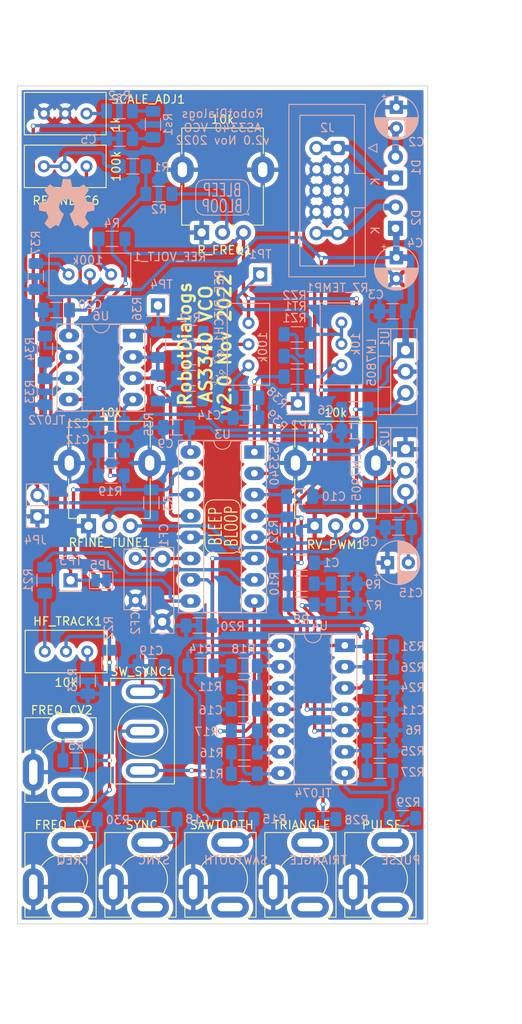
<source format=kicad_pcb>
(kicad_pcb (version 20211014) (generator pcbnew)
  (title_block (title "3340_VCO") (date "2022-12-09") (rev "2.0") (company "RobotDialogs"))
  (layers (0 "F.Cu" signal) (31 "B.Cu" signal) (34 "B.Paste" user) (35 "F.Paste" user) (36 "B.SilkS" user "B.Silkscreen") (37 "F.SilkS" user "F.Silkscreen") (38 "B.Mask" user) (39 "F.Mask" user) (44 "Edge.Cuts" user))
  (net 0 "")
  (net 1 "+12V")
  (net 2 "GND")
  (net 3 "-12V")
  (net 4 "+5V")
  (net 5 "-5V")
  (net 6 "-12VA")
  (net 7 "Net-(REF_VOLT_1-Pad1)")
  (net 8 "+12VA")
  (net 9 "Net-(C12-Pad2)")
  (net 10 "Net-(C14-Pad1)")
  (net 11 "/Inputs/Scale")
  (net 12 "Net-(C18-Pad2)")
  (net 13 "Net-(CF1-Pad1)")
  (net 15 "REF_PITCH1")
  (net 16 "VEE")
  (net 17 "Net-(J100-PadT)")
  (net 18 "/Inputs/Frequency Control")
  (net 19 "Net-(C18-Pad1)")
  (net 22 "/Inputs/Linear FM")
  (net 23 "Net-(J102-PadT)")
  (net 24 "Net-(R10-Pad2)")
  (net 25 "/Outputs/Triangle Output")
  (net 27 "Net-(R11-Pad1)")
  (net 28 "/Outputs/Sawtooth Output")
  (net 29 "Net-(J103-PadT)")
  (net 31 "Net-(J104-PadT)")
  (net 32 "Net-(REF_PITCH1-Pad2)")
  (net 33 "/Inputs/To Pulse")
  (net 34 "Net-(HF_TRACK1-Pad1)")
  (net 35 "Net-(HF_TRACK1-Pad2)")
  (net 36 "Net-(R1-Pad1)")
  (net 37 "Net-(R2-Pad2)")
  (net 38 "/Inputs/High Frequency Track")
  (net 39 "Net-(R3-Pad2)")
  (net 40 "Net-(R26-Pad2)")
  (net 41 "Net-(HF_TRACK1-Pad3)")
  (net 43 "REF_VOLT_1")
  (net 44 "/Inputs/Scale Adjust 2")
  (net 45 "/Inputs/PWM Control")
  (net 46 "Net-(R11-Pad2)")
  (net 47 "Net-(J1-PadT)")
  (net 48 "Net-(Rs1-Pad2)")
  (net 49 "/Inputs/Scale Adjust 1")
  (net 50 "/Inputs/Soft Sync")
  (net 51 "/Inputs/Hard Sync")
  (net 52 "Net-(R6-Pad2)")
  (net 53 "Net-(R13-Pad1)")
  (net 54 "Net-(R14-Pad1)")
  (net 55 "Net-(R25-Pad1)")
  (net 56 "Net-(R14-Pad2)")
  (net 57 "Net-(RZ1-Pad2)")
  (net 58 "Net-(RZ2-Pad1)")
  (net 59 "Net-(R16-Pad1)")
  (net 60 "Net-(R24-Pad2)")
  (net 61 "Net-(R27-Pad1)")
  (net 62 "Net-(R28-Pad1)")
  (net 63 "Net-(R33-Pad2)")
  (net 64 "Net-(R35-Pad2)")
  (net 65 "Net-(R37-Pad2)")
  (net 66 "Net-(R38-Pad1)")
  (net 67 "Net-(R38-Pad2)")
  (net 68 "Net-(REF_VOLT_1-Pad2)")
  (net 69 "Net-(Rr1-Pad2)")
  (net 70 "Net-(Rs2-Pad2)")
  (footprint "My Stuff:Jack_3.5mm_MJ-355W_Vertical" (layer "F.Cu") (at 145.4 144.7)
    (fp_text reference "J100")
    (fp_text value "FREQ_CV")
  )
  (footprint "My Stuff:Jack_3.5mm_MJ-355W_Vertical" (layer "F.Cu") (at 154.95 144.7)
    (fp_text reference "J101")
    (fp_text value "SYNC")
  )
  (footprint "My Stuff:Logo1" (layer "F.Cu") (at 164.5 102.6 90)
    (fp_text reference "LOGO1" hide)
    (fp_text value "logo1" hide)
  )
  (footprint "My Stuff:SPDT_Toggle" (layer "F.Cu") (at 154.95 127)
    (fp_text reference "SW_SYNC1")
    (fp_text value "SW_SPDT")
  )
  (footprint "Potentiometer_THT:Potentiometer_Bourns_3296W_Vertical" (layer "F.Cu") (at 148.25 53.3)
    (fp_text reference "SCALE_ADJ1")
    (fp_text value "1k")
  )
  (footprint "My Stuff:Jack_3.5mm_MJ-355W_Vertical" (layer "F.Cu") (at 174.05 144.7)
    (fp_text reference "J103")
    (fp_text value "TRIANGLE")
  )
  (footprint "My Stuff:Potentiometer_Alpha_RD901F-40-00D_Single_Vertical_w_3d" (layer "F.Cu") (at 178 95 90)
    (fp_text reference "RV_PWM1")
    (fp_text value "10k")
  )
  (footprint "My Stuff:Jack_3.5mm_MJ-355W_Vertical" (layer "F.Cu") (at 183.6 144.7)
    (fp_text reference "J104")
    (fp_text value "PULSE")
  )
  (footprint "Potentiometer_THT:Potentiometer_Bourns_3296W_Vertical" (layer "F.Cu") (at 148.25 59.6)
    (fp_text reference "REFIND_C6")
    (fp_text value "100k")
  )
  (footprint "My Stuff:Jack_3.5mm_MJ-355W_Vertical" (layer "F.Cu") (at 164.5 144.7)
    (fp_text reference "J102")
    (fp_text value "SAWTOOTH")
  )
  (footprint "My Stuff:Jack_3.5mm_MJ-355W_Vertical" (layer "F.Cu") (at 145.4 131)
    (fp_text reference "J1")
    (fp_text value "FREQ_CV2")
  )
  (footprint "My Stuff:Potentiometer_Alpha_RD901F-40-00D_Single_Vertical_w_3d" (layer "F.Cu") (at 151 95 90)
    (fp_text reference "RFINE_TUNE1")
    (fp_text value "10k")
  )
  (footprint "My Stuff:Potentiometer_Alpha_RD901F-40-00D_Single_Vertical_w_3d" (layer "F.Cu") (at 164.5 60 90)
    (fp_text reference "R_FREQ1")
    (fp_text value "10k")
  )
  (footprint "Potentiometer_THT:Potentiometer_Bourns_3296W_Vertical" (layer "F.Cu") (at 148.35 117.5)
    (fp_text reference "HF_TRACK1")
    (fp_text value "10k")
  )
  (footprint "My Stuff:Logo2" (layer "F.Cu") (at 164.5 63.3)
    (fp_text reference "LOGO101" hide)
    (fp_text value "logo1" hide)
  )
  (footprint "Capacitor_SMD:C_1206_3216Metric_Pad1.33x1.80mm_HandSolder" (layer "B.Cu") (at 183.3 124.4)
    (fp_text reference "C11")
    (fp_text value "10nF")
  )
  (footprint "Resistor_SMD:R_1206_3216Metric_Pad1.30x1.75mm_HandSolder" (layer "B.Cu") (at 143.29 81.4 90)
    (fp_text reference "R34")
    (fp_text value "0")
  )
  (footprint "Resistor_SMD:R_1206_3216Metric_Pad1.30x1.75mm_HandSolder" (layer "B.Cu") (at 183.4 116.9 180)
    (fp_text reference "R31")
    (fp_text value "100k")
  )
  (footprint "Package_TO_SOT_THT:TO-220-3_Vertical" (layer "B.Cu") (at 186.345 93.36 -90)
    (fp_text reference "U2")
    (fp_text value "L7905")
  )
  (footprint "Resistor_SMD:R_1206_3216Metric_Pad1.30x1.75mm_HandSolder" (layer "B.Cu") (at 179 109.4)
    (fp_text reference "R9")
    (fp_text value "0")
  )
  (footprint "Connector_PinHeader_2.54mm:PinHeader_1x01_P2.54mm_Vertical" (layer "B.Cu") (at 169 72.5 180)
    (fp_text reference "TP1")
    (fp_text value "TestPoint")
  )
  (footprint "Resistor_SMD:R_1206_3216Metric_Pad1.30x1.75mm_HandSolder" (layer "B.Cu") (at 179 111.9 180)
    (fp_text reference "R7")
    (fp_text value "100k")
  )
  (footprint "Resistor_SMD:R_1206_3216Metric_Pad1.30x1.75mm_HandSolder" (layer "B.Cu") (at 173.4 82.25)
    (fp_text reference "RT1")
    (fp_text value "5.6k")
  )
  (footprint "Capacitor_THT:C_Rect_L10.0mm_W2.5mm_P7.50mm_MKS4" (layer "B.Cu") (at 157.3 106.450001 -90)
    (fp_text reference "CF1")
    (fp_text value "1nF")
  )
  (footprint "Capacitor_SMD:C_1206_3216Metric_Pad1.33x1.80mm_HandSolder" (layer "B.Cu") (at 151.2 90.3)
    (fp_text reference "C21")
    (fp_text value "10nF")
  )
  (footprint "Resistor_SMD:R_1206_3216Metric_Pad1.30x1.75mm_HandSolder" (layer "B.Cu") (at 156.8 80.86 90)
    (fp_text reference "R36")
    (fp_text value "100k")
  )
  (footprint "Resistor_SMD:R_1206_3216Metric_Pad1.30x1.75mm_HandSolder" (layer "B.Cu") (at 183.3 131.73 180)
    (fp_text reference "R27")
    (fp_text value "100k")
  )
  (footprint "Resistor_SMD:R_1206_3216Metric_Pad1.30x1.75mm_HandSolder" (layer "B.Cu") (at 173.9 109.4)
    (fp_text reference "R10")
    (fp_text value "47k")
  )
  (footprint "Resistor_SMD:R_1206_3216Metric_Pad1.30x1.75mm_HandSolder" (layer "B.Cu") (at 183.4 119.4)
    (fp_text reference "R26")
    (fp_text value "100k")
  )
  (footprint "Capacitor_SMD:C_1206_3216Metric_Pad1.33x1.80mm_HandSolder" (layer "B.Cu") (at 185.5 102.7 180)
    (fp_text reference "C8")
    (fp_text value "100nF")
  )
  (footprint "Resistor_SMD:R_1206_3216Metric_Pad1.30x1.75mm_HandSolder" (layer "B.Cu") (at 143.25 109 -90)
    (fp_text reference "R21")
    (fp_text value "5.1k")
  )
  (footprint "Resistor_SMD:R_1206_3216Metric_Pad1.30x1.75mm_HandSolder" (layer "B.Cu") (at 172.3 103 90)
    (fp_text reference "R32")
    (fp_text value "2M")
  )
  (footprint "Resistor_SMD:R_1206_3216Metric_Pad1.30x1.75mm_HandSolder" (layer "B.Cu") (at 160.64 79.5 180)
    (fp_text reference "Rr2")
    (fp_text value "1M")
  )
  (footprint "Capacitor_THT:C_Rect_L7.0mm_W2.5mm_P5.00mm" (layer "B.Cu") (at 154.1 106.4 -90)
    (fp_text reference "CF2")
    (fp_text value "1nF")
  )
  (footprint "Potentiometer_THT:Potentiometer_Bourns_3296W_Vertical" (layer "B.Cu") (at 151.2 72.5)
    (fp_text reference "REF_VOLT_1")
    (fp_text value "100k")
  )
  (footprint "Diode_THT:D_A-405_P2.54mm_Vertical_KathodeUp" (layer "B.Cu") (at 185.15 67 90)
    (fp_text reference "D2")
    (fp_text value "D")
  )
  (footprint "Capacitor_SMD:C_1206_3216Metric_Pad1.33x1.80mm_HandSolder" (layer "B.Cu") (at 156 119.25)
    (fp_text reference "C19")
    (fp_text value "10nF")
  )
  (footprint "Resistor_SMD:R_1206_3216Metric_Pad1.30x1.75mm_HandSolder" (layer "B.Cu") (at 151.2 96.5 180)
    (fp_text reference "R19")
    (fp_text value "470")
  )
  (footprint "Resistor_SMD:R_1206_3216Metric_Pad1.30x1.75mm_HandSolder" (layer "B.Cu") (at 151.3 68.25)
    (fp_text reference "R4")
    (fp_text value "0")
  )
  (footprint "Resistor_SMD:R_1206_3216Metric_Pad1.30x1.75mm_HandSolder" (layer "B.Cu") (at 167.1 129.532 180)
    (fp_text reference "R16")
    (fp_text value "100k")
  )
  (footprint "Resistor_SMD:R_1206_3216Metric_Pad1.30x1.75mm_HandSolder" (layer "B.Cu") (at 143.29 86.5 90)
    (fp_text reference "R33")
    (fp_text value "DNU")
  )
  (footprint "Resistor_SMD:R_1206_3216Metric_Pad1.30x1.75mm_HandSolder" (layer "B.Cu") (at 160.55 84.86 180)
    (fp_text reference "R12")
    (fp_text value "470")
  )
  (footprint "Resistor_SMD:R_1206_3216Metric_Pad1.30x1.75mm_HandSolder" (layer "B.Cu") (at 161.9 119.2 180)
    (fp_text reference "R14")
    (fp_text value "15k")
  )
  (footprint "Capacitor_SMD:C_1206_3216Metric_Pad1.33x1.80mm_HandSolder" (layer "B.Cu") (at 151.199999 93.500003 180)
    (fp_text reference "C12")
    (fp_text value "10nF")
  )
  (footprint "Resistor_SMD:R_1206_3216Metric_Pad1.30x1.75mm_HandSolder" (layer "B.Cu") (at 167.3 89.6)
    (fp_text reference "R39")
    (fp_text value "100k")
  )
  (footprint "Capacitor_SMD:C_1206_3216Metric_Pad1.33x1.80mm_HandSolder" (layer "B.Cu") (at 159 90.75 180)
    (fp_text reference "C9")
    (fp_text value "10nF")
  )
  (footprint "Resistor_SMD:R_1206_3216Metric_Pad1.30x1.75mm_HandSolder" (layer "B.Cu") (at 156.19375 54.6 90)
    (fp_text reference "Rs1")
    (fp_text value "1k")
  )
  (footprint "Resistor_SMD:R_1206_3216Metric_Pad1.30x1.75mm_HandSolder" (layer "B.Cu") (at 153.8 59.6)
    (fp_text reference "R1")
    (fp_text value "150k")
  )
  (footprint "Resistor_SMD:R_1206_3216Metric_Pad1.30x1.75mm_HandSolder" (layer "B.Cu") (at 183.3 126.9 180)
    (fp_text reference "R6")
    (fp_text value "DNU")
  )
  (footprint "Connector_IDC:IDC-Header_2x05_P2.54mm_Vertical" (layer "B.Cu") (at 178.2525 57.42 180)
    (fp_text reference "J2")
    (fp_text value "Conn_02x05_Odd_Even")
  )
  (footprint "Resistor_SMD:R_1206_3216Metric_Pad1.30x1.75mm_HandSolder" (layer "B.Cu") (at 152.19375 53 180)
    (fp_text reference "Rs2")
    (fp_text value "620")
  )
  (footprint "Resistor_SMD:R_1206_3216Metric_Pad1.30x1.75mm_HandSolder" (layer "B.Cu") (at 183.4 121.8 180)
    (fp_text reference "R24")
    (fp_text value "120k")
  )
  (footprint "Package_DIP:DIP-16_W7.62mm_Socket_LongPads" (layer "B.Cu") (at 168.3 93.7 180)
    (fp_text reference "U3")
    (fp_text value "AS3340")
  )
  (footprint "Capacitor_SMD:C_1206_3216Metric_Pad1.33x1.80mm_HandSolder" (layer "B.Cu") (at 160.55 87.36 180)
    (fp_text reference "C14")
    (fp_text value "10nF")
  )
  (footprint "Capacitor_SMD:C_1206_3216Metric_Pad1.33x1.80mm_HandSolder" (layer "B.Cu") (at 173.7 99)
    (fp_text reference "C10")
    (fp_text value "10nF")
  )
  (footprint "Diode_THT:D_A-405_P2.54mm_Vertical_KathodeUp" (layer "B.Cu") (at 185.15 61 90)
    (fp_text reference "D1")
    (fp_text value "D")
  )
  (footprint "Package_TO_SOT_THT:TO-220-3_Vertical" (layer "B.Cu") (at 186.345 81.56 -90)
    (fp_text reference "U1")
    (fp_text value "LM7805_TO220")
  )
  (footprint "Resistor_SMD:R_1206_3216Metric_Pad1.30x1.75mm_HandSolder" (layer "B.Cu") (at 167.1 132.1)
    (fp_text reference "R13")
    (fp_text value "15k")
  )
  (footprint "Capacitor_SMD:C_1206_3216Metric_Pad1.33x1.80mm_HandSolder" (layer "B.Cu") (at 167.1 124.366)
    (fp_text reference "C16")
    (fp_text value "10nF")
  )
  (footprint "Connector_PinHeader_2.54mm:PinHeader_1x02_P2.54mm_Vertical" (layer "B.Cu") (at 142.4 101.375)
    (fp_text reference "JP4")
    (fp_text value "Jumper_2_Open")
  )
  (footprint "Connector_PinHeader_2.54mm:PinHeader_1x01_P2.54mm_Vertical" (layer "B.Cu") (at 146.35 109 180)
    (fp_text reference "TP3")
    (fp_text value "REF_VOLT_1")
  )
  (footprint "Capacitor_SMD:C_1206_3216Metric_Pad1.33x1.80mm_HandSolder" (layer "B.Cu") (at 180.3 88.6 180)
    (fp_text reference "C6")
    (fp_text value "100nF")
  )
  (footprint "Resistor_SMD:R_1206_3216Metric_Pad1.30x1.75mm_HandSolder" (layer "B.Cu") (at 148 137.5)
    (fp_text reference "R30")
    (fp_text value "100k,0.05%")
  )
  (footprint "Resistor_SMD:R_1206_3216Metric_Pad1.30x1.75mm_HandSolder" (layer "B.Cu") (at 147 130.5 180)
    (fp_text reference "R5")
    (fp_text value "100k,0.05%")
  )
  (footprint "Resistor_SMD:R_1206_3216Metric_Pad1.30x1.75mm_HandSolder" (layer "B.Cu") (at 156 99.75 -90)
    (fp_text reference "R3")
    (fp_text value "1.5M")
  )
  (footprint "Resistor_SMD:R_1206_3216Metric_Pad1.30x1.75mm_HandSolder" (layer "B.Cu") (at 166.7 137.5)
    (fp_text reference "R15")
    (fp_text value "1k")
  )
  (footprint "Resistor_SMD:R_1206_3216Metric_Pad1.30x1.75mm_HandSolder" (layer "B.Cu") (at 167.1 121.768)
    (fp_text reference "R11")
    (fp_text value "100k")
  )
  (footprint "Resistor_SMD:R_1206_3216Metric_Pad1.30x1.75mm_HandSolder" (layer "B.Cu") (at 151 118.9 90)
    (fp_text reference "R22")
    (fp_text value "1M")
  )
  (footprint "Resistor_SMD:R_1206_3216Metric_Pad1.30x1.75mm_HandSolder" (layer "B.Cu") (at 173.9 111.9 180)
    (fp_text reference "R8")
    (fp_text value "100k")
  )
  (footprint "Capacitor_SMD:C_1206_3216Metric_Pad1.33x1.80mm_HandSolder" (layer "B.Cu") (at 152.19375 56.3)
    (fp_text reference "C5")
    (fp_text value "560pF")
  )
  (footprint "Resistor_SMD:R_1206_3216Metric_Pad1.30x1.75mm_HandSolder" (layer "B.Cu") (at 173.4 84.7)
    (fp_text reference "RZ1")
    (fp_text value "18k")
  )
  (footprint "Capacitor_SMD:C_1206_3216Metric_Pad1.33x1.80mm_HandSolder" (layer "B.Cu") (at 173.9 106.9)
    (fp_text reference "C1")
    (fp_text value "100pF")
  )
  (footprint "Capacitor_THT:CP_Radial_D5.0mm_P2.50mm" (layer "B.Cu") (at 185.25 70.5 -90)
    (fp_text reference "C4")
    (fp_text value "100uF")
  )
  (footprint "Resistor_SMD:R_1206_3216Metric_Pad1.30x1.75mm_HandSolder" (layer "B.Cu") (at 156.9 62.9)
    (fp_text reference "R2")
    (fp_text value "47k")
  )
  (footprint "Resistor_SMD:R_1206_3216Metric_Pad1.30x1.75mm_HandSolder" (layer "B.Cu") (at 186 137.4)
    (fp_text reference "R29")
    (fp_text value "1k")
  )
  (footprint "Connector_PinHeader_2.54mm:PinHeader_1x01_P2.54mm_Vertical" (layer "B.Cu") (at 173.5 87.9 180)
    (fp_text reference "TP2")
    (fp_text value "TestPoint")
  )
  (footprint "Potentiometer_THT:Potentiometer_Bourns_3296W_Vertical" (layer "B.Cu") (at 167.6 78.3 90)
    (fp_text reference "REF_PITCH1")
    (fp_text value "100k")
  )
  (footprint "Capacitor_THT:CP_Radial_D5.0mm_P2.50mm" (layer "B.Cu") (at 184.189773 106.9)
    (fp_text reference "C15")
    (fp_text value "10uF")
  )
  (footprint "Resistor_SMD:R_1206_3216Metric_Pad1.30x1.75mm_HandSolder" (layer "B.Cu") (at 173.4 79.65 180)
    (fp_text reference "RZ2")
    (fp_text value "5.6k")
  )
  (footprint "Capacitor_SMD:C_1206_3216Metric_Pad1.33x1.80mm_HandSolder" (layer "B.Cu") (at 157.5 137.5 180)
    (fp_text reference "C18")
    (fp_text value "10nF")
  )
  (footprint "Resistor_SMD:R_1206_3216Metric_Pad1.30x1.75mm_HandSolder" (layer "B.Cu") (at 148.4 121 -90)
    (fp_text reference "R23")
    (fp_text value "5.1k")
  )
  (footprint "Connector_PinHeader_2.54mm:PinHeader_1x01_P2.54mm_Vertical" (layer "B.Cu") (at 156.79 76.2 180)
    (fp_text reference "TP4")
    (fp_text value "REF_PITCH_1")
  )
  (footprint "Resistor_SMD:R_1206_3216Metric_Pad1.30x1.75mm_HandSolder" (layer "B.Cu") (at 183.3 129.33)
    (fp_text reference "R25")
    (fp_text value "100k")
  )
  (footprint "Resistor_SMD:R_1206_3216Metric_Pad1.30x1.75mm_HandSolder" (layer "B.Cu") (at 142.2 72.75 90)
    (fp_text reference "R37")
    (fp_text value "51k")
  )
  (footprint "Symbol:OSHW-Symbol_6.7x6mm_SilkScreen" (layer "B.Cu") (at 145.9 64.1 180)
    (fp_text reference "LOGO2" hide)
    (fp_text value "Logo_Open_Hardware_Small" hide)
  )
  (footprint "Resistor_SMD:R_1206_3216Metric_Pad1.30x1.75mm_HandSolder" (layer "B.Cu") (at 167.3 87.2 180)
    (fp_text reference "R38")
    (fp_text value "100k")
  )
  (footprint "Resistor_SMD:R_1206_3216Metric_Pad1.30x1.75mm_HandSolder" (layer "B.Cu") (at 176.5 137.5 180)
    (fp_text reference "R28")
    (fp_text value "1k")
  )
  (footprint "Capacitor_SMD:C_1206_3216Metric_Pad1.33x1.80mm_HandSolder" (layer "B.Cu") (at 180.3 91.2 180)
    (fp_text reference "C7")
    (fp_text value "330nF")
  )
  (footprint "Resistor_SMD:R_1206_3216Metric_Pad1.30x1.75mm_HandSolder" (layer "B.Cu") (at 167.1 119.2 180)
    (fp_text reference "R18")
    (fp_text value "100k")
  )
  (footprint "Resistor_SMD:R_1206_3216Metric_Pad1.30x1.75mm_HandSolder" (layer "B.Cu") (at 161.7 114.4)
    (fp_text reference "R20")
    (fp_text value "100k")
  )
  (footprint "Potentiometer_THT:Potentiometer_Bourns_3296W_Vertical" (layer "B.Cu") (at 178.7 78.25 90)
    (fp_text reference "RZ_TEMP1")
    (fp_text value "10k")
  )
  (footprint "Resistor_SMD:R_1206_3216Metric_Pad1.30x1.75mm_HandSolder" (layer "B.Cu") (at 167.1 126.964)
    (fp_text reference "R17")
    (fp_text value "100k")
  )
  (footprint "Jumper:SolderJumper-2_P1.3mm_Bridged_Pad1.0x1.5mm" (layer "B.Cu") (at 150 109 180)
    (fp_text reference "JP5")
    (fp_text value "Jumper_2_Bridged")
  )
  (footprint "Resistor_SMD:R_1206_3216Metric_Pad1.30x1.75mm_HandSolder" (layer "B.Cu") (at 160.6 82.36)
    (fp_text reference "Rr1")
    (fp_text value "330k")
  )
  (footprint "Capacitor_THT:CP_Radial_D5.0mm_P2.50mm" (layer "B.Cu") (at 185.25 52.544888 -90)
    (fp_text reference "C2")
    (fp_text value "100uF")
  )
  (footprint "Capacitor_SMD:C_1206_3216Metric_Pad1.33x1.80mm_HandSolder" (layer "B.Cu") (at 144.6525 76.75 180)
    (fp_text reference "C20")
    (fp_text value "10nF")
  )
  (footprint "Resistor_SMD:R_1206_3216Metric_Pad1.30x1.75mm_HandSolder" (layer "B.Cu") (at 156.8 86.06 90)
    (fp_text reference "R35")
    (fp_text value "100k")
  )
  (footprint "Package_DIP:DIP-8_W7.62mm_Socket_LongPads" (layer "B.Cu") (at 153.79 79.8 180)
    (fp_text reference "U6")
    (fp_text value "TL072")
  )
  (footprint "Capacitor_SMD:C_1206_3216Metric_Pad1.33x1.80mm_HandSolder" (layer "B.Cu") (at 184.8 76.9 180)
    (fp_text reference "C3")
    (fp_text value "220nF")
  )
  (footprint "Package_DIP:DIP-14_W7.62mm_Socket_LongPads" (layer "B.Cu") (at 179.1 116.775 180)
    (fp_text reference "U4")
    (fp_text value "TL074")
  )
  (gr_rect locked (start 140 50) (end 189 150) (layer "Edge.Cuts") (width 0.1) (fill none))
  (gr_text "LM7905" (at 180.5 96.7 90) (layer "B.SilkS") (effects (font (size 1 1)) (justify mirror)))
  (gr_text "FREQ" (at 146.6 142.4) (layer "B.SilkS") (effects (font (size 1 1)) (justify mirror)))
  (gr_text "TRIANGLE" (at 175.9 142.4) (layer "B.SilkS") (effects (font (size 1 1)) (justify mirror)))
  (gr_text "LM7805" (at 182.3 83 90) (layer "B.SilkS") (effects (font (size 1 1)) (justify mirror)))
  (gr_text "SYNC" (at 156.3 142.4) (layer "B.SilkS") (effects (font (size 1 1)) (justify mirror)))
  (gr_text "TL074" (at 175.3 134.4) (layer "B.SilkS") (effects (font (size 1 1)) (justify mirror)))
  (gr_text "SAWTOOTH" (at 166.1 142.4) (layer "B.SilkS") (effects (font (size 1 1)) (justify mirror)))
  (gr_text "PULSE" (at 185.8 142.4) (layer "B.SilkS") (effects (font (size 1 1)) (justify mirror)))
  (gr_text "v2.0 Nov 2022" (at 164.5 56.5) (layer "B.SilkS") (effects (font (size 1 1)) (justify mirror)))
  (gr_text "100k" (at 169.3 81.2 90) (layer "B.SilkS") (effects (font (size 1 1)) (justify mirror)))
  (gr_text "10k" (at 180.4 80.8 90) (layer "B.SilkS") (effects (font (size 1 1)) (justify mirror)))
  (gr_text "TL072" (at 143.5 89.9) (layer "B.SilkS") (effects (font (size 1 1)) (justify mirror)))
  (gr_text "100k" (at 148.4 70.8) (layer "B.SilkS") (effects (font (size 1 1)) (justify mirror)))
  (gr_text "RobotDialogs" (at 164.5 53.3) (layer "B.SilkS") (effects (font (size 1 1)) (justify mirror)))
  (gr_text "AS3340" (at 170.7 94.9 90) (layer "B.SilkS") (effects (font (size 1 1)) (justify mirror)))
  (gr_text "AS3340 VCO" (at 164.5 55) (layer "B.SilkS") (effects (font (size 1 1)) (justify mirror)))
  (gr_text "10k" (at 145.8 121.2) (layer "F.SilkS") (effects (font (size 1 1))))
  (gr_text "1k\n" (at 151.7 54.6 90) (layer "F.SilkS") (effects (font (size 1 1))))
  (gr_text "v2.0 Nov 2022" (at 164.75 80.8 90) (layer "F.SilkS") (effects (font (size 1.5 1.5) (thickness 0.3))))
  (gr_text "100k" (at 151.8 59.6 90) (layer "F.SilkS") (effects (font (size 1 1))))
  (gr_text "RobotDialogs" (at 160 80.8 90) (layer "F.SilkS") (effects (font (size 1.5 1.5) (thickness 0.3))))
  (gr_text "AS3340 VCO" (at 162.5 80.8 90) (layer "F.SilkS") (effects (font (size 1.5 1.5) (thickness 0.3))))
  (segment (start 148.25 69.75) (end 147.5 70.5) (width 0.4) (layer "F.Cu") (net 1))
  (segment (start 147.5 73.3) (end 146.17 74.63) (width 0.4) (layer "F.Cu") (net 1))
  (segment (start 147.5 70.5) (end 147.5 73.3) (width 0.4) (layer "F.Cu") (net 1))
  (segment (start 176.3 91.8) (end 176.3 86.3) (width 0.4) (layer "F.Cu") (net 1))
  (segment (start 148.25 59.6) (end 148.25 69.75) (width 0.4) (layer "F.Cu") (net 1))
  (segment (start 173.1 112.5) (end 174.6 114) (width 0.4) (layer "F.Cu") (net 1))
  (segment (start 146.17 74.63) (end 146.17 79.8) (width 0.4) (layer "F.Cu") (net 1))
  (segment (start 174.6 114) (end 174.6 124.4) (width 0.4) (layer "F.Cu") (net 1))
  (segment (start 176.3 86.3) (end 176.3 70.6) (width 0.4) (layer "F.Cu") (net 1))
  (segment (start 176.3 96.8) (end 173.1 100) (width 0.4) (layer "F.Cu") (net 1))
  (segment (start 173.1 100) (end 173.1 112.5) (width 0.4) (layer "F.Cu") (net 1))
  (segment (start 176.3 91.8) (end 176.3 96.8) (width 0.4) (layer "F.Cu") (net 1))
  (via (at 176.3 91.8) (size 0.6) (drill 0.4) (layers "F.Cu" "B.Cu") (net 1))
  (via (at 174.6 124.4) (size 0.6) (drill 0.4) (layers "F.Cu" "B.Cu") (net 1))
  (via (at 176.3 86.3) (size 0.6) (drill 0.4) (layers "F.Cu" "B.Cu") (net 1))
  (via (at 176.3 70.6) (size 0.6) (drill 0.4) (layers "F.Cu" "B.Cu") (net 1))
  (segment (start 176.25 91.75) (end 176.3 91.8) (width 0.4) (layer "B.Cu") (net 1))
  (segment (start 158.2 70.9) (end 165.8 70.9) (width 0.4) (layer "B.Cu") (net 1))
  (segment (start 179.1 124.395) (end 174.605 124.395) (width 0.4) (layer "B.Cu") (net 1))
  (segment (start 174.605 124.395) (end 174.6 124.4) (width 0.4) (layer "B.Cu") (net 1))
  (segment (start 168.6 68.1) (end 173.8 68.1) (width 0.4) (layer "B.Cu") (net 1))
  (segment (start 160.5625 90.75) (end 160.5625 93.5825) (width 0.4) (layer "B.Cu") (net 1))
  (segment (start 154.800489 74.299511) (end 158.2 70.9) (width 0.4) (layer "B.Cu") (net 1))
  (segment (start 187 70.5) (end 187 76.2625) (width 0.8) (layer "B.Cu") (net 1))
  (segment (start 176.3 70.6) (end 173.8 68.1) (width 0.4) (layer "B.Cu") (net 1))
  (segment (start 183.1 86.3) (end 184.2 85.2) (width 0.4) (layer "B.Cu") (net 1))
  (segment (start 186.3625 81.5425) (end 186.345 81.56) (width 0.8) (layer "B.Cu") (net 1))
  (segment (start 179.1 124.395) (end 181.7325 124.395) (width 0.4) (layer "B.Cu") (net 1))
  (segment (start 185.25 70.5) (end 185.25 67.1) (width 0.8) (layer "B.Cu") (net 1))
  (segment (start 185.25 67.1) (end 185.15 67) (width 0.8) (layer "B.Cu") (net 1))
  (segment (start 187 76.2625) (end 186.3625 76.9) (width 0.8) (layer "B.Cu") (net 1))
  (segment (start 160.5625 93.5825) (end 160.68 93.7) (width 0.4) (layer "B.Cu") (net 1))
  (segment (start 176.3 70.6) (end 176.4 70.5) (width 0.4) (layer "B.Cu") (net 1))
  (segment (start 184.2 83.705) (end 186.345 81.56) (width 0.4) (layer "B.Cu") (net 1))
  (segment (start 163 90.75) (end 164 91.75) (width 0.4) (layer "B.Cu") (net 1))
  (segment (start 181.7325 124.395) (end 181.7375 124.4) (width 0.4) (layer "B.Cu") (net 1))
  (segment (start 186.3625 76.9) (end 186.3625 81.5425) (width 0.8) (layer "B.Cu") (net 1))
  (segment (start 176.3 86.3) (end 183.1 86.3) (width 0.4) (layer "B.Cu") (net 1))
  (segment (start 146.215 76.75) (end 148.15 76.75) (width 0.4) (layer "B.Cu") (net 1))
  (segment (start 150.600489 74.299511) (end 154.800489 74.299511) (width 0.4) (layer "B.Cu") (net 1))
  (segment (start 160.5625 90.75) (end 163 90.75) (width 0.4) (layer "B.Cu") (net 1))
  (segment (start 168.6 68.1) (end 165.8 70.9) (width 0.4) (layer "B.Cu") (net 1))
  (segment (start 146.0525 76.9) (end 146.0525 79.6825) (width 0.4) (layer "B.Cu") (net 1))
  (segment (start 184.2 85.2) (end 184.2 83.705) (width 0.4) (layer "B.Cu") (net 1))
  (segment (start 176.4 70.5) (end 185.25 70.5) (width 0.4) (layer "B.Cu") (net 1))
  (segment (start 164 91.75) (end 176.25 91.75) (width 0.4) (layer "B.Cu") (net 1))
  (segment (start 185.25 70.5) (end 187 70.5) (width 0.8) (layer "B.Cu") (net 1))
  (segment (start 148.15 76.75) (end 150.600489 74.299511) (width 0.4) (layer "B.Cu") (net 1))
  (segment (start 184.4 129.35) (end 184.275 129.475) (width 0.4) (layer "B.Cu") (net 2))
  (segment (start 172.4 112.9) (end 172.4 99.4) (width 0.4) (layer "F.Cu") (net 3))
  (segment (start 173.8 124.1) (end 173.8 114.3) (width 0.4) (layer "F.Cu") (net 3))
  (segment (start 175.5 71.8) (end 173.3 69.6) (width 0.4) (layer "F.Cu") (net 3))
  (segment (start 173.8 114.3) (end 172.4 112.9) (width 0.4) (layer "F.Cu") (net 3))
  (segment (start 173.505 124.395) (end 173.8 124.1) (width 0.4) (layer "F.Cu") (net 3))
  (segment (start 172.4 99.4) (end 175.5 96.3) (width 0.4) (layer "F.Cu") (net 3))
  (segment (start 175.5 96.3) (end 175.5 94) (width 0.4) (layer "F.Cu") (net 3))
  (segment (start 173.855112 55.044888) (end 185.25 55.044888) (width 0.4) (layer "F.Cu") (net 3))
  (segment (start 171.48 124.395) (end 173.505 124.395) (width 0.4) (layer "F.Cu") (net 3))
  (segment (start 173.3 55.6) (end 173.855112 55.044888) (width 0.4) (layer "F.Cu") (net 3))
  (segment (start 175.5 94) (end 175.5 71.8) (width 0.4) (layer "F.Cu") (net 3))
  (segment (start 173.3 69.6) (end 173.3 55.6) (width 0.4) (layer "F.Cu") (net 3))
  (via (at 175.5 91.0505) (size 0.6) (drill 0.4) (layers "F.Cu" "B.Cu") (net 3))
  (via (at 175.5 94) (size 0.6) (drill 0.4) (layers "F.Cu" "B.Cu") (net 3))
  (segment (start 181.4975 97.2475) (end 184.9975 97.2475) (width 0.4) (layer "B.Cu") (net 3))
  (segment (start 162.29785 89.2) (end 155.3 89.2) (width 0.4) (layer "B.Cu") (net 3))
  (segment (start 186.345 95.9) (end 184.9975 97.2475) (width 0.4) (layer "B.Cu") (net 3))
  (segment (start 175.5 94) (end 180.5 94) (width 0.4) (layer "B.Cu") (net 3))
  (segment (start 185.15 58.46) (end 185.15 55.144888) (width 0.8) (layer "B.Cu") (net 3))
  (segment (start 185.15 55.144888) (end 185.25 55.044888) (width 0.8) (layer "B.Cu") (net 3))
  (segment (start 155.3 89.2) (end 154.2 90.3) (width 0.4) (layer "B.Cu") (net 3))
  (segment (start 181.8625 92.6375) (end 180.5 94) (width 0.4) (layer "B.Cu") (net 3))
  (segment (start 175.5 91.0505) (end 175.47598 91.07452) (width 0.4) (layer "B.Cu") (net 3))
  (segment (start 152.7625 88.4475) (end 153.79 87.42) (width 0.4) (layer "B.Cu") (net 3))
  (segment (start 181.8625 91.2) (end 181.8625 92.6375) (width 0.4) (layer "B.Cu") (net 3))
  (segment (start 180.5 96.25) (end 181.4975 97.2475) (width 0.4) (layer "B.Cu") (net 3))
  (segment (start 152.7625 90.3) (end 152.7625 88.4475) (width 0.4) (layer "B.Cu") (net 3))
  (segment (start 168.8625 124.4) (end 171.475 124.4) (width 0.4) (layer "B.Cu") (net 3))
  (segment (start 180.5 94) (end 180.5 96.25) (width 0.4) (layer "B.Cu") (net 3))
  (segment (start 154.2 90.3) (end 152.7625 90.3) (width 0.4) (layer "B.Cu") (net 3))
  (segment (start 175.47598 91.07452) (end 164.17237 91.07452) (width 0.4) (layer "B.Cu") (net 3))
  (segment (start 164.17237 91.07452) (end 162.29785 89.2) (width 0.4) (layer "B.Cu") (net 3))
  (segment (start 171.475 124.4) (end 171.48 124.395) (width 0.4) (layer "B.Cu") (net 3))
  (segment (start 167 67.5) (end 167 74.75) (width 0.4) (layer "F.Cu") (net 4))
  (segment (start 167.6 75.35) (end 167.6 78.3) (width 0.4) (layer "F.Cu") (net 4))
  (segment (start 180.5 102.5) (end 180.5 75.4) (width 0.4) (layer "F.Cu") (net 4))
  (segment (start 167 74.75) (end 167.6 75.35) (width 0.4) (layer "F.Cu") (net 4))
  (via (at 180.5 75.4) (size 0.6) (drill 0.4) (layers "F.Cu" "B.Cu") (net 4))
  (via (at 167.6 75.35) (size 0.6) (drill 0.4) (layers "F.Cu" "B.Cu") (net 4))
  (via (at 180.4 88.6) (size 0.6) (drill 0.4) (layers "F.Cu" "B.Cu") (net 4))
  (segment (start 153.5 102.5) (end 153.51952 102.51952) (width 0.4) (layer "B.Cu") (net 4))
  (segment (start 167.65 75.4) (end 167.6 75.35) (width 0.4) (layer "B.Cu") (net 4))
  (segment (start 163.01952 102.51952) (end 165.6 105.1) (width 0.4) (layer "B.Cu") (net 4))
  (segment (start 184.385 88.6) (end 186.345 86.64) (width 0.4) (layer "B.Cu") (net 4))
  (segment (start 153.51952 102.51952) (end 163.01952 102.51952) (width 0.4) (layer "B.Cu") (net 4))
  (segment (start 164.5 70) (end 167 67.5) (width 0.4) (layer "B.Cu") (net 4))
  (segment (start 180.5 75.4) (end 167.65 75.4) (width 0.4) (layer "B.Cu") (net 4))
  (segment (start 153.25 70) (end 164.5 70) (width 0.4) (layer "B.Cu") (net 4))
  (segment (start 181.8625 88.6) (end 180.4 88.6) (width 0.4) (layer "B.Cu") (net 4))
  (segment (start 181.8625 88.6) (end 184.385 88.6) (width 0.4) (layer "B.Cu") (net 4))
  (segment (start 152.85 69.6) (end 153.25 70) (width 0.4) (layer "B.Cu") (net 4))
  (segment (start 152.85 68.25) (end 152.85 69.6) (width 0.4) (layer "B.Cu") (net 4))
  (segment (start 177.40048 105.59952) (end 180.5 102.5) (width 0.4) (layer "B.Cu") (net 4))
  (segment (start 165.6 105.1) (end 170 105.1) (width 0.4) (layer "B.Cu") (net 4))
  (segment (start 170 105.1) (end 170.49952 105.59952) (width 0.4) (layer "B.Cu") (net 4))
  (segment (start 170.49952 105.59952) (end 177.40048 105.59952) (width 0.4) (layer "B.Cu") (net 4))
  (segment (start 173.8 100.3) (end 174.2 100.7) (width 0.4) (layer "B.Cu") (net 5))
  (segment (start 187.0625 102.7) (end 187.0625 104.6375) (width 0.4) (layer "B.Cu") (net 5))
  (segment (start 187.0625 102.7) (end 187.0625 100.6625) (width 0.4) (layer "B.Cu") (net 5))
  (segment (start 174.2 100.7) (end 185.59 100.7) (width 0.4) (layer "B.Cu") (net 5))
  (segment (start 173.2 99) (end 173.8 99.6) (width 0.4) (layer "B.Cu") (net 5))
  (segment (start 187.0625 104.6375) (end 186.689773 105.010227) (width 0.4) (layer "B.Cu") (net 5))
  (segment (start 173.8 99.6) (end 173.8 100.3) (width 0.4) (layer "B.Cu") (net 5))
  (segment (start 185.59 100.7) (end 186.345 99.945) (width 0.4) (layer "B.Cu") (net 5))
  (segment (start 168.3 98.78) (end 171.9175 98.78) (width 0.4) (layer "B.Cu") (net 5))
  (segment (start 186.689773 105.010227) (end 186.689773 106.9) (width 0.4) (layer "B.Cu") (net 5))
  (segment (start 186.345 98.44) (end 186.345 99.945) (width 0.4) (layer "B.Cu") (net 5))
  (segment (start 171.9175 98.78) (end 172.1375 99) (width 0.4) (layer "B.Cu") (net 5))
  (segment (start 187.0625 100.6625) (end 186.345 99.945) (width 0.4) (layer "B.Cu") (net 5))
  (segment (start 172.1375 99) (end 173.2 99) (width 0.4) (layer "B.Cu") (net 5))
  (segment (start 183.25 61) (end 185.15 61) (width 0.8) (layer "B.Cu") (net 6))
  (segment (start 179.67 57.42) (end 183.25 61) (width 0.8) (layer "B.Cu") (net 6))
  (segment (start 178.2525 57.42) (end 179.67 57.42) (width 0.8) (layer "B.Cu") (net 6))
  (segment (start 175.7125 57.42) (end 178.2525 57.42) (width 0.8) (layer "B.Cu") (net 6))
  (segment (start 149.75 71.05) (end 151.2 72.5) (width 0.4) (layer "B.Cu") (net 7))
  (segment (start 149.75 68.25) (end 149.75 71.05) (width 0.4) (layer "B.Cu") (net 7))
  (segment (start 183.04 64.46) (end 185.15 64.46) (width 0.8) (layer "B.Cu") (net 8))
  (segment (start 178.2525 67.58) (end 179.92 67.58) (width 0.8) (layer "B.Cu") (net 8))
  (segment (start 179.92 67.58) (end 183.04 64.46) (width 0.8) (layer "B.Cu") (net 8))
  (segment (start 175.7125 67.58) (end 178.2525 67.58) (width 0.8) (layer "B.Cu") (net 8))
  (segment (start 149.65 93.512504) (end 149.637499 93.500003) (width 0.4) (layer "B.Cu") (net 9))
  (segment (start 149.65 96.5) (end 149.65 93.512504) (width 0.4) (layer "B.Cu") (net 9))
  (segment (start 162.1125 87.36) (end 162.1125 84.8725) (width 0.4) (layer "B.Cu") (net 10))
  (segment (start 142.4 97.7) (end 141.9 97.2) (width 0.4) (layer "F.Cu") (net 11))
  (segment (start 142.4 98.835) (end 142.4 97.7) (width 0.4) (layer "F.Cu") (net 11))
  (segment (start 141.9 54.8) (end 141.9 97.2) (width 0.4) (layer "F.Cu") (net 11))
  (via (at 141.9 54.8) (size 0.6) (drill 0.4) (layers "F.Cu" "B.Cu") (net 11))
  (segment (start 160.68 98.78) (end 158.47 98.78) (width 0.4) (layer "B.Cu") (net 11))
  (segment (start 153.75625 56.3) (end 153.75625 55.15625) (width 0.4) (layer "B.Cu") (net 11))
  (segment (start 143.315 99.75) (end 157.5 99.75) (width 0.4) (layer "B.Cu") (net 11))
  (segment (start 153.75625 55.15625) (end 153.35 54.75) (width 0.4) (layer "B.Cu") (net 11))
  (segment (start 153.75625 56.3) (end 156.04375 56.3) (width 0.4) (layer "B.Cu") (net 11))
  (segment (start 157.5 99.75) (end 158.47 98.78) (width 0.4) (layer "B.Cu") (net 11))
  (segment (start 141.95 54.75) (end 141.9 54.8) (width 0.4) (layer "B.Cu") (net 11))
  (segment (start 155.3625 56.3) (end 155.3625 56.1125) (width 0.4) (layer "B.Cu") (net 11))
  (segment (start 142.4 98.835) (end 143.315 99.75) (width 0.4) (layer "B.Cu") (net 11))
  (segment (start 141.95 54.75) (end 153.35 54.75) (width 0.4) (layer "B.Cu") (net 11))
  (segment (start 152.5 127) (end 154.95 127) (width 0.4) (layer "B.Cu") (net 12))
  (segment (start 152.25 127.25) (end 152.5 127) (width 0.4) (layer "B.Cu") (net 12))
  (segment (start 155.9375 137.5) (end 152.5 137.5) (width 0.4) (layer "B.Cu") (net 12))
  (segment (start 152.5 137.5) (end 152.25 137.25) (width 0.4) (layer "B.Cu") (net 12))
  (segment (start 152.25 137.25) (end 152.25 127.25) (width 0.4) (layer "B.Cu") (net 12))
  (segment (start 154.1 106.4) (end 160.68 106.4) (width 0.4) (layer "F.Cu") (net 13))
  (segment (start 156.8 79.31) (end 156.8 76.86) (width 0.4) (layer "B.Cu") (net 15))
  (segment (start 158.9 79.31) (end 159.09 79.5) (width 0.4) (layer "B.Cu") (net 15))
  (segment (start 156.8 79.31) (end 154.35 79.31) (width 0.4) (layer "B.Cu") (net 15))
  (segment (start 156.8 79.31) (end 158.9 79.31) (width 0.4) (layer "B.Cu") (net 15))
  (segment (start 173.4 81.95) (end 173.7 82.25) (width 0.4) (layer "B.Cu") (net 16))
  (segment (start 171.85 79.65) (end 173.1 79.65) (width 0.4) (layer "B.Cu") (net 16))
  (segment (start 173.7 82.25) (end 174.95 82.25) (width 0.4) (layer "B.Cu") (net 16))
  (segment (start 173.4 79.95) (end 173.4 81.95) (width 0.4) (layer "B.Cu") (net 16))
  (segment (start 173.1 79.65) (end 173.4 79.95) (width 0.4) (layer "B.Cu") (net 16))
  (segment (start 146.3 140.3) (end 149.2 140.3) (width 0.4) (layer "B.Cu") (net 17))
  (segment (start 149.2 140.3) (end 149.55 139.95) (width 0.4) (layer "B.Cu") (net 17))
  (segment (start 149.55 139.95) (end 149.55 137.5) (width 0.4) (layer "B.Cu") (net 17))
  (segment (start 151 110.1) (end 151 118.8) (width 0.4) (layer "F.Cu") (net 18))
  (segment (start 151 118.8) (end 151 134) (width 0.4) (layer "F.Cu") (net 18))
  (segment (start 152.9 73.6) (end 151.1 75.4) (width 0.4) (layer "F.Cu") (net 18))
  (segment (start 146.7 98.2) (end 146.7 105.8) (width 0.4) (layer "F.Cu") (net 18))
  (segment (start 151.1 75.4) (end 151.1 96.5) (width 0.4) (layer "F.Cu") (net 18))
  (segment (start 146.7 105.8) (end 151 110.1) (width 0.4) (layer "F.Cu") (net 18))
  (via (at 151 130.5) (size 0.6) (drill 0.4) (layers "F.Cu" "B.Cu") (net 18))
  (via (at 151 118.8) (size 0.6) (drill 0.4) (layers "F.Cu" "B.Cu") (net 18))
  (via (at 146.7 98.2) (size 0.6) (drill 0.4) (layers "F.Cu" "B.Cu") (net 18))
  (via (at 152.9 73.6) (size 0.6) (drill 0.4) (layers "F.Cu" "B.Cu") (net 18))
  (via (at 151 134) (size 0.6) (drill 0.4) (layers "F.Cu" "B.Cu") (net 18))
  (via (at 151.1 96.5) (size 0.6) (drill 0.4) (layers "F.Cu" "B.Cu") (net 18))
  (segment (start 160.68 96.24) (end 159.01 96.24) (width 0.4) (layer "B.Cu") (net 18))
  (segment (start 159.01 96.24) (end 158.5 96.75) (width 0.4) (layer "B.Cu") (net 18))
  (segment (start 152.95 98.2) (end 146.7 98.2) (width 0.4) (layer "B.Cu") (net 18))
  (segment (start 155.35 62.9) (end 155.255481 62.9) (width 0.4) (layer "B.Cu") (net 18))
  (segment (start 158.5 96.75) (end 158.5 97.5) (width 0.4) (layer "B.Cu") (net 18))
  (segment (start 151.3 70) (end 152.9 71.6) (width 0.4) (layer "B.Cu") (net 18))
  (segment (start 151 120.45) (end 151 118.8) (width 0.4) (layer "B.Cu") (net 18))
  (segment (start 147.5 137.5) (end 146.45 137.5) (width 0.4) (layer "B.Cu") (net 18))
  (segment (start 155.35 59.6) (end 155.35 62.9) (width 0.4) (layer "B.Cu") (net 18))
  (segment (start 147.5 137.5) (end 151 134) (width 0.4) (layer "B.Cu") (net 18))
  (segment (start 152.95 98.2) (end 156 98.2) (width 0.4) (layer "B.Cu") (net 18))
  (segment (start 151.3 66.855481) (end 151.3 70) (width 0.4) (layer "B.Cu") (net 18))
  (segment (start 152.75 98) (end 152.95 98.2) (width 0.4) (layer "B.Cu") (net 18))
  (segment (start 152.75 96.5) (end 152.75 98) (width 0.4) (layer "B.Cu") (net 18))
  (segment (start 155.255481 62.9) (end 151.3 66.855481) (width 0.4) (layer "B.Cu") (net 18))
  (segment (start 158.5 97.5) (end 157.8 98.2) (width 0.4) (layer "B.Cu") (net 18))
  (segment (start 157.8 98.2) (end 156 98.2) (width 0.4) (layer "B.Cu") (net 18))
  (segment (start 152.75 96.5) (end 151.1 96.5) (width 0.4) (layer "B.Cu") (net 18))
  (segment (start 148.55 130.5) (end 151 130.5) (width 0.4) (layer "B.Cu") (net 18))
  (segment (start 152.9 71.6) (end 152.9 73.6) (width 0.4) (layer "B.Cu") (net 18))
  (segment (start 159.0625 139.6875) (end 159.0625 137.5) (width 0.4) (layer "B.Cu") (net 19))
  (segment (start 158.45 140.3) (end 159.0625 139.6875) (width 0.4) (layer "B.Cu") (net 19))
  (segment (start 155.85 140.3) (end 158.45 140.3) (width 0.4) (layer "B.Cu") (net 19))
  (segment (start 158.62 101.32) (end 158.3 101) (width 0.4) (layer "F.Cu") (net 22))
  (segment (start 158.3 101) (end 158.3 87.5) (width 0.4) (layer "F.Cu") (net 22))
  (segment (start 158.3 87.4) (end 158.3 87.5) (width 0.4) (layer "F.Cu") (net 22))
  (segment (start 157 86.1) (end 158.3 87.4) (width 0.4) (layer "F.Cu") (net 22))
  (segment (start 160.68 101.32) (end 158.62 101.32) (width 0.4) (layer "F.Cu") (net 22))
  (via (at 157 86.1) (size 0.6) (drill 0.4) (layers "F.Cu" "B.Cu") (net 22))
  (segment (start 159 84.86) (end 159 85.1) (width 0.4) (layer "B.Cu") (net 22))
  (segment (start 159 84.86) (end 159 82.41) (width 0.4) (layer "B.Cu") (net 22))
  (segment (start 158 86.1) (end 157 86.1) (width 0.4) (layer "B.Cu") (net 22))
  (segment (start 159 85.1) (end 158 86.1) (width 0.4) (layer "B.Cu") (net 22))
  (segment (start 168.25 137.5) (end 168.25 138.95) (width 0.4) (layer "B.Cu") (net 23))
  (segment (start 168.25 138.95) (end 167.05 140.15) (width 0.4) (layer "B.Cu") (net 23))
  (segment (start 167.05 140.15) (end 166.0725 140.15) (width 0.4) (layer "B.Cu") (net 23))
  (segment (start 177.45 109.4) (end 175.45 109.4) (width 0.4) (layer "B.Cu") (net 24))
  (segment (start 181.75 121) (end 180.895 121.855) (width 0.4) (layer "F.Cu") (net 25))
  (segment (start 181.75 114.75) (end 181.75 121) (width 0.4) (layer "F.Cu") (net 25))
  (segment (start 180.895 121.855) (end 179.1 121.855) (width 0.4) (layer "F.Cu") (net 25))
  (via (at 181.75 114.75) (size 0.6) (drill 0.4) (layers "F.Cu" "B.Cu") (net 25))
  (segment (start 163.25 114.4) (end 181.4 114.4) (width 0.4) (layer "B.Cu") (net 25))
  (segment (start 160.68 108.94) (end 162.69 108.94) (width 0.4) (layer "B.Cu") (net 25))
  (segment (start 181.4 114.4) (end 181.75 114.75) (width 0.4) (layer "B.Cu") (net 25))
  (segment (start 162.69 108.94) (end 163.25 109.5) (width 0.4) (layer "B.Cu") (net 25))
  (segment (start 163.25 109.5) (end 163.25 114.4) (width 0.4) (layer "B.Cu") (net 25))
  (segment (start 168.65 132.1) (end 171.395 132.1) (width 0.4) (layer "B.Cu") (net 27))
  (segment (start 171.395 132.1) (end 171.48 132.015) (width 0.4) (layer "B.Cu") (net 27))
  (segment (start 167 131.75) (end 167 122) (width 0.4) (layer "B.Cu") (net 27))
  (segment (start 168.65 132.1) (end 167.35 132.1) (width 0.4) (layer "B.Cu") (net 27))
  (segment (start 165.55 121.768) (end 166.768 121.768) (width 0.4) (layer "B.Cu") (net 27))
  (segment (start 167.35 132.1) (end 167 131.75) (width 0.4) (layer "B.Cu") (net 27))
  (segment (start 166.768 121.768) (end 167 122) (width 0.4) (layer "B.Cu") (net 27))
  (segment (start 168.3 111.48) (end 168.3 125.95) (width 0.4) (layer "F.Cu") (net 28))
  (segment (start 167.25 127) (end 164.25 127) (width 0.4) (layer "F.Cu") (net 28))
  (segment (start 168.3 125.95) (end 167.25 127) (width 0.4) (layer "F.Cu") (net 28))
  (via (at 164.25 127) (size 0.6) (drill 0.4) (layers "F.Cu" "B.Cu") (net 28))
  (segment (start 165.514 127) (end 165.55 126.964) (width 0.4) (layer "B.Cu") (net 28))
  (segment (start 164.25 127) (end 165.514 127) (width 0.4) (layer "B.Cu") (net 28))
  (segment (start 174.95 139.23875) (end 175.86125 140.15) (width 0.4) (layer "B.Cu") (net 29))
  (segment (start 174.95 137.5) (end 174.95 139.23875) (width 0.4) (layer "B.Cu") (net 29))
  (segment (start 186.7 137.4) (end 185.65 138.45) (width 0.4) (layer "B.Cu") (net 31))
  (segment (start 185.65 138.45) (end 185.65 140.15) (width 0.4) (layer "B.Cu") (net 31))
  (segment (start 187.55 137.4) (end 186.7 137.4) (width 0.4) (layer "B.Cu") (net 31))
  (segment (start 167.6 80.84) (end 157.34 80.84) (width 0.4) (layer "F.Cu") (net 32))
  (segment (start 155.87 84.88) (end 153.79 84.88) (width 0.4) (layer "F.Cu") (net 32))
  (segment (start 157.34 80.84) (end 156.75 81.43) (width 0.4) (layer "F.Cu") (net 32))
  (segment (start 156.75 81.43) (end 156.75 84) (width 0.4) (layer "F.Cu") (net 32))
  (segment (start 156.75 84) (end 155.87 84.88) (width 0.4) (layer "F.Cu") (net 32))
  (segment (start 173.9 101.6) (end 173.9 106.9) (width 0.4) (layer "F.Cu") (net 33))
  (via (at 173.9 101.6) (size 0.6) (drill 0.4) (layers "F.Cu" "B.Cu") (net 33))
  (via (at 173.9 106.9) (size 0.6) (drill 0.4) (layers "F.Cu" "B.Cu") (net 33))
  (segment (start 172.35 111.9) (end 172.35 106.9125) (width 0.4) (layer "B.Cu") (net 33))
  (segment (start 172.3 101.45) (end 173.75 101.45) (width 0.4) (layer "B.Cu") (net 33))
  (segment (start 172.17 101.32) (end 172.3 101.45) (width 0.4) (layer "B.Cu") (net 33))
  (segment (start 168.3 101.32) (end 172.17 101.32) (width 0.4) (layer "B.Cu") (net 33))
  (segment (start 173.9 106.9) (end 172.3375 106.9) (width 0.4) (layer "B.Cu") (net 33))
  (segment (start 172.35 106.9125) (end 172.3375 106.9) (width 0.4) (layer "B.Cu") (net 33))
  (segment (start 173.75 101.45) (end 173.9 101.6) (width 0.4) (layer "B.Cu") (net 33))
  (segment (start 148.35 117.5) (end 148.35 119.4) (width 0.4) (layer "B.Cu") (net 34))
  (segment (start 148.35 119.4) (end 148.4 119.45) (width 0.4) (layer "B.Cu") (net 34))
  (segment (start 145.81 116.09) (end 146.2 115.7) (width 0.4) (layer "B.Cu") (net 35))
  (segment (start 150.6 115.7) (end 151 116.1) (width 0.4) (layer "B.Cu") (net 35))
  (segment (start 145.81 117.5) (end 145.81 116.09) (width 0.4) (layer "B.Cu") (net 35))
  (segment (start 146.2 115.7) (end 150.6 115.7) (width 0.4) (layer "B.Cu") (net 35))
  (segment (start 151 116.1) (end 151 117.35) (width 0.4) (layer "B.Cu") (net 35))
  (segment (start 150.3 59.2) (end 150.3 58.3) (width 0.4) (layer "B.Cu") (net 36))
  (segment (start 150.7 59.6) (end 150.3 59.2) (width 0.4) (layer "B.Cu") (net 36))
  (segment (start 150.3 58.3) (end 150 58) (width 0.4) (layer "B.Cu") (net 36))
  (segment (start 145.66 59.6) (end 145.66 58.24) (width 0.4) (layer "B.Cu") (net 36))
  (segment (start 150 58) (end 145.9 58) (width 0.4) (layer "B.Cu") (net 36))
  (segment (start 143.12 59.6) (end 145.66 59.6) (width 0.4) (layer "B.Cu") (net 36))
  (segment (start 145.66 58.24) (end 145.9 58) (width 0.4) (layer "B.Cu") (net 36))
  (segment (start 152.25 59.6) (end 150.7 59.6) (width 0.4) (layer "B.Cu") (net 36))
  (segment (start 158.45 62.9) (end 163.7 62.9) (width 0.4) (layer "B.Cu") (net 37))
  (segment (start 165 64.2) (end 165 67.5) (width 0.4) (layer "B.Cu") (net 37))
  (segment (start 163.7 62.9) (end 165 64.2) (width 0.4) (layer "B.Cu") (net 37))
  (segment (start 143.25 107.45) (end 143.25 106.75) (width 0.4) (layer "B.Cu") (net 38))
  (segment (start 143.25 106.75) (end 144.25 105.75) (width 0.4) (layer "B.Cu") (net 38))
  (segment (start 150.75 105.75) (end 153.25 108.25) (width 0.4) (layer "B.Cu") (net 38))
  (segment (start 166.44 108.94) (end 165.24048 107.74048) (width 0.4) (layer "B.Cu") (net 38))
  (segment (start 168.3 108.94) (end 166.44 108.94) (width 0.4) (layer "B.Cu") (net 38))
  (segment (start 157.47921 108.25) (end 153.25 108.25) (width 0.4) (layer "B.Cu") (net 38))
  (segment (start 157.98873 107.74048) (end 157.47921 108.25) (width 0.4) (layer "B.Cu") (net 38))
  (segment (start 144.25 105.75) (end 150.75 105.75) (width 0.4) (layer "B.Cu") (net 38))
  (segment (start 165.24048 107.74048) (end 157.98873 107.74048) (width 0.4) (layer "B.Cu") (net 38))
  (segment (start 151.75 100.5) (end 151 101.25) (width 0.4) (layer "B.Cu") (net 39))
  (segment (start 155.8 101.3) (end 155 100.5) (width 0.4) (layer "B.Cu") (net 39))
  (segment (start 151 101.25) (end 151 102.5) (width 0.4) (layer "B.Cu") (net 39))
  (segment (start 155 100.5) (end 151.75 100.5) (width 0.4) (layer "B.Cu") (net 39))
  (segment (start 156 101.3) (end 155.8 101.3) (width 0.4) (layer "B.Cu") (net 39))
  (segment (start 184.95 116.9) (end 184.95 119.4) (width 0.4) (layer "B.Cu") (net 40))
  (segment (start 143.27 110.57) (end 143.27 117.5) (width 0.4) (layer "B.Cu") (net 41))
  (segment (start 143.25 110.55) (end 143.27 110.57) (width 0.4) (layer "B.Cu") (net 41))
  (segment (start 145.7 99) (end 145.7 97.6) (width 0.4) (layer "F.Cu") (net 43))
  (segment (start 145.7 99) (end 145.7 107.1) (width 0.4) (layer "F.Cu") (net 43))
  (segment (start 144 95.9) (end 144 95.4) (width 0.4) (layer "F.Cu") (net 43))
  (segment (start 145.91 82.34) (end 144 84.25) (width 0.4) (layer "F.Cu") (net 43))
  (segment (start 145.7 97.6) (end 144 95.9) (width 0.4) (layer "F.Cu") (net 43))
  (segment (start 146.35 107.75) (end 146.35 109) (width 0.4) (layer "F.Cu") (net 43))
  (segment (start 145.7 107.1) (end 146.35 107.75) (width 0.4) (layer "F.Cu") (net 43))
  (segment (start 144 95.4) (end 144 84.25) (width 0.4) (layer "F.Cu") (net 43))
  (segment (start 146.17 82.34) (end 145.91 82.34) (width 0.4) (layer "F.Cu") (net 43))
  (segment (start 145.12 81.29) (end 146.17 82.34) (width 0.4) (layer "B.Cu") (net 43))
  (segment (start 146.35 109) (end 149.35 109) (width 0.4) (layer "B.Cu") (net 43))
  (segment (start 143.29 81.29) (end 145.12 81.29) (width 0.4) (layer "B.Cu") (net 43))
  (segment (start 143.29 79.85) (end 143.29 81.29) (width 0.4) (layer "B.Cu") (net 43))
  (segment (start 170.8 87.9) (end 173.5 87.9) (width 0.4) (layer "F.Cu") (net 44))
  (segment (start 170.36 96.24) (end 170.7 95.9) (width 0.4) (layer "F.Cu") (net 44))
  (segment (start 168.3 96.24) (end 170.36 96.24) (width 0.4) (layer "F.Cu") (net 44))
  (segment (start 170.7 95.9) (end 170.7 88) (width 0.4) (layer "F.Cu") (net 44))
  (segment (start 170.7 88) (end 170.8 87.9) (width 0.4) (layer "F.Cu") (net 44))
  (segment (start 171.85 82.25) (end 172.85215 82.25) (width 0.4) (layer "B.Cu") (net 44))
  (segment (start 172.85215 82.25) (end 173.5 82.89785) (width 0.4) (layer "B.Cu") (net 44))
  (segment (start 173.5 82.89785) (end 173.5 87.9) (width 0.4) (layer "B.Cu") (net 44))
  (segment (start 171.05 104.55) (end 170.36 103.86) (width 0.4) (layer "B.Cu") (net 45))
  (segment (start 177.35 104.55) (end 178 103.9) (width 0.4) (layer "B.Cu") (net 45))
  (segment (start 178 103.9) (end 178 102.5) (width 0.4) (layer "B.Cu") (net 45))
  (segment (start 172.3 104.55) (end 177.35 104.55) (width 0.4) (layer "B.Cu") (net 45))
  (segment (start 170.36 103.86) (end 168.3 103.86) (width 0.4) (layer "B.Cu") (net 45))
  (segment (start 172.3 104.55) (end 171.05 104.55) (width 0.4) (layer "B.Cu") (net 45))
  (segment (start 171.365 119.2) (end 171.48 119.315) (width 0.4) (layer "B.Cu") (net 46))
  (segment (start 168.85 119.2) (end 171.365 119.2) (width 0.4) (layer "B.Cu") (net 46))
  (segment (start 168.85 121.8) (end 168.85 119.2) (width 0.4) (layer "B.Cu") (net 46))
  (segment (start 145.45 127.45) (end 146.3 126.6) (width 0.4) (layer "B.Cu") (net 47))
  (segment (start 145.45 130.5) (end 145.45 127.45) (width 0.4) (layer "B.Cu") (net 47))
  (segment (start 153.74375 53) (end 156.14375 53) (width 0.4) (layer "B.Cu") (net 48))
  (segment (start 168.3 85.3) (end 168.3 93.7) (width 0.4) (layer "F.Cu") (net 49))
  (via (at 168.3 85.3) (size 0.6) (drill 0.4) (layers "F.Cu" "B.Cu") (net 49))
  (segment (start 171.85 84.7) (end 168.9 84.7) (width 0.4) (layer "B.Cu") (net 49))
  (segment (start 168.9 84.7) (end 168.3 85.3) (width 0.4) (layer "B.Cu") (net 49))
  (segment (start 154.95 113.3) (end 154.95 122.3) (width 0.4) (layer "F.Cu") (net 50))
  (segment (start 156.77 111.48) (end 154.95 113.3) (width 0.4) (layer "F.Cu") (net 50))
  (segment (start 160.68 111.48) (end 156.77 111.48) (width 0.4) (layer "F.Cu") (net 50))
  (segment (start 157.5625 122.1875) (end 157.5625 119.25) (width 0.4) (layer "B.Cu") (net 50))
  (segment (start 154.95 122.3) (end 157.45 122.3) (width 0.4) (layer "B.Cu") (net 50))
  (segment (start 160.68 111.48) (end 158.73 111.48) (width 0.4) (layer "B.Cu") (net 50))
  (segment (start 158.25 111) (end 158.25 110) (width 0.4) (layer "B.Cu") (net 50))
  (segment (start 158.25 110) (end 157.25 109) (width 0.4) (layer "B.Cu") (net 50))
  (segment (start 157.45 122.3) (end 157.5625 122.1875) (width 0.4) (layer "B.Cu") (net 50))
  (segment (start 157.25 109) (end 150.65 109) (width 0.4) (layer "B.Cu") (net 50))
  (segment (start 158.73 111.48) (end 158.25 111) (width 0.4) (layer "B.Cu") (net 50))
  (segment (start 163.3 106.4) (end 163.3 131.7) (width 0.4) (layer "F.Cu") (net 51))
  (segment (start 160.8 131.7) (end 163.3 131.7) (width 0.4) (layer "F.Cu") (net 51))
  (via (at 160.8 131.7) (size 0.6) (drill 0.4) (layers "F.Cu" "B.Cu") (net 51))
  (via (at 163.3 106.4) (size 0.6) (drill 0.4) (layers "F.Cu" "B.Cu") (net 51))
  (segment (start 168.3 106.4) (end 163.3 106.4) (width 0.4) (layer "B.Cu") (net 51))
  (segment (start 154.95 131.7) (end 160.8 131.7) (width 0.4) (layer "B.Cu") (net 51))
  (segment (start 175.5 127) (end 175.5 113.5) (width 0.4) (layer "F.Cu") (net 52))
  (segment (start 175.5 113.5) (end 174 112) (width 0.4) (layer "F.Cu") (net 52))
  (via (at 175.5 127) (size 0.6) (drill 0.4) (layers "F.Cu" "B.Cu") (net 52))
  (via (at 174 112) (size 0.6) (drill 0.4) (layers "F.Cu" "B.Cu") (net 52))
  (segment (start 181.715 126.935) (end 181.75 126.9) (width 0.4) (layer "B.Cu") (net 52))
  (segment (start 179.1 126.935) (end 175.565 126.935) (width 0.4) (layer "B.Cu") (net 52))
  (segment (start 174 112) (end 175.35 112) (width 0.4) (layer "B.Cu") (net 52))
  (segment (start 175.35 112) (end 175.45 111.9) (width 0.4) (layer "B.Cu") (net 52))
  (segment (start 175.45 111.9) (end 177.45 111.9) (width 0.4) (layer "B.Cu") (net 52))
  (segment (start 179.1 126.935) (end 181.715 126.935) (width 0.4) (layer "B.Cu") (net 52))
  (segment (start 175.565 126.935) (end 175.5 127) (width 0.4) (layer "B.Cu") (net 52))
  (segment (start 165.55 129.532) (end 165.55 132.1) (width 0.4) (layer "B.Cu") (net 53))
  (segment (start 163.45 119.2) (end 165.55 119.2) (width 0.4) (layer "B.Cu") (net 54))
  (segment (start 179.245 129.33) (end 179.1 129.475) (width 0.4) (layer "B.Cu") (net 55))
  (segment (start 181.75 129.33) (end 181.75 131.73) (width 0.4) (layer "B.Cu") (net 55))
  (segment (start 181.75 129.33) (end 179.245 129.33) (width 0.4) (layer "B.Cu") (net 55))
  (segment (start 160.35 119.2) (end 160.35 121.35) (width 0.4) (layer "B.Cu") (net 56))
  (segment (start 163 137.5) (end 165.15 137.5) (width 0.4) (layer "B.Cu") (net 56))
  (segment (start 161.225 116.775) (end 160.35 117.65) (width 0.4) (layer "B.Cu") (net 56))
  (segment (start 160.35 121.35) (end 161.75 122.75) (width 0.4) (layer "B.Cu") (net 56))
  (segment (start 161.75 122.75) (end 161.75 136.25) (width 0.4) (layer "B.Cu") (net 56))
  (segment (start 160.35 117.65) (end 160.35 119.2) (width 0.4) (layer "B.Cu") (net 56))
  (segment (start 171.48 116.775) (end 161.225 116.775) (width 0.4) (layer "B.Cu") (net 56))
  (segment (start 161.75 136.25) (end 163 137.5) (width 0.4) (layer "B.Cu") (net 56))
  (segment (start 174.95 84.7) (end 176.3 84.7) (width 0.4) (layer "B.Cu") (net 57))
  (segment (start 176.3 84.7) (end 177.67 83.33) (width 0.4) (layer "B.Cu") (net 57))
  (segment (start 177.67 83.33) (end 178.7 83.33) (width 0.4) (layer "B.Cu") (net 57))
  (segment (start 173.9 76.7) (end 167.1 76.7) (width 0.4) (layer "B.Cu") (net 58))
  (segment (start 174.95 77.75) (end 173.9 76.7) (width 0.4) (layer "B.Cu") (net 58))
  (segment (start 166.3 75.2) (end 169 72.5) (width 0.4) (layer "B.Cu") (net 58))
  (segment (start 178.6 79.65) (end 178.7 79.55) (width 0.4) (layer "B.Cu") (net 58))
  (segment (start 178.7 79.55) (end 178.7 80.79) (width 0.4) (layer "B.Cu") (net 58))
  (segment (start 174.95 79.65) (end 174.95 77.75) (width 0.4) (layer "B.Cu") (net 58))
  (segment (start 178.7 78.25) (end 178.7 79.55) (width 0.4) (layer "B.Cu") (net 58))
  (segment (start 174.95 79.65) (end 178.6 79.65) (width 0.4) (layer "B.Cu") (net 58))
  (segment (start 166.3 75.9) (end 166.3 75.2) (width 0.4) (layer "B.Cu") (net 58))
  (segment (start 167.1 76.7) (end 166.3 75.9) (width 0.4) (layer "B.Cu") (net 58))
  (segment (start 168.65 129.6) (end 171.355 129.6) (width 0.4) (layer "B.Cu") (net 59))
  (segment (start 171.355 129.6) (end 171.48 129.475) (width 0.4) (layer "B.Cu") (net 59))
  (segment (start 168.65 127.1) (end 168.65 129.6) (width 0.4) (layer "B.Cu") (net 59))
  (segment (start 181.765 119.315) (end 181.85 119.4) (width 0.4) (layer "B.Cu") (net 60))
  (segment (start 179.1 119.315) (end 181.765 119.315) (width 0.4) (layer "B.Cu") (net 60))
  (segment (start 181.85 119.4) (end 181.85 121.8) (width 0.4) (layer "B.Cu") (net 60))
  (segment (start 179.8 134.3) (end 184.45 134.3) (width 0.4) (layer "B.Cu") (net 61))
  (segment (start 179.1 132.015) (end 179.1 133.6) (width 0.4) (layer "B.Cu") (net 61))
  (segment (start 184.85 131.73) (end 184.85 133.9) (width 0.4) (layer "B.Cu") (net 61))
  (segment (start 184.45 134.3) (end 184.45 137.4) (width 0.4) (layer "B.Cu") (net 61))
  (segment (start 179.1 133.6) (end 179.8 134.3) (width 0.4) (layer "B.Cu") (net 61))
  (segment (start 184.85 133.9) (end 184.45 134.3) (width 0.4) (layer "B.Cu") (net 61))
  (segment (start 176.975 116.775) (end 179.1 116.775) (width 0.4) (layer "F.Cu") (net 62))
  (segment (start 176.5 117.25) (end 176.975 116.775) (width 0.4) (layer "F.Cu") (net 62))
  (segment (start 176.5 135.75) (end 176.5 117.25) (width 0.4) (layer "F.Cu") (net 62))
  (via (at 176.5 135.75) (size 0.6) (drill 0.4) (layers "F.Cu" "B.Cu") (net 62))
  (segment (start 181.85 116.9) (end 179.225 116.9) (width 0.4) (layer "B.Cu") (net 62))
  (segment (start 176.5 137.5) (end 176.5 135.75) (width 0.4) (layer "B.Cu") (net 62))
  (segment (start 179.225 116.9) (end 179.1 116.775) (width 0.4) (layer "B.Cu") (net 62))
  (segment (start 178.05 137.5) (end 176.5 137.5) (width 0.4) (layer "B.Cu") (net 62))
  (segment (start 143.29 84.95) (end 146.1 84.95) (width 0.4) (layer "B.Cu") (net 63))
  (segment (start 143.29 82.95) (end 143.29 84.95) (width 0.4) (layer "B.Cu") (net 63))
  (segment (start 156.8 84.51) (end 156.8 82.41) (width 0.4) (layer "B.Cu") (net 64))
  (segment (start 153.8 82.4) (end 156.79 82.4) (width 0.4) (layer "B.Cu") (net 64))
  (segment (start 142.2 71.2) (end 144.82 71.2) (width 0.4) (layer "B.Cu") (net 65))
  (segment (start 144.82 71.2) (end 146.12 72.5) (width 0.4) (layer "B.Cu") (net 65))
  (segment (start 168.85 87.3) (end 168.85 89.8) (width 0.4) (layer "B.Cu") (net 66))
  (segment (start 165.75 85.23) (end 167.6 83.38) (width 0.4) (layer "B.Cu") (net 67))
  (segment (start 165.75 87.3) (end 165.75 85.23) (width 0.4) (layer "B.Cu") (net 67))
  (segment (start 148.66 86.84) (end 148.08 87.42) (width 0.4) (layer "F.Cu") (net 68))
  (segment (start 148.66 72.5) (end 148.66 86.84) (width 0.4) (layer "F.Cu") (net 68))
  (segment (start 148.08 87.42) (end 146.17 87.42) (width 0.4) (layer "F.Cu") (net 68))
  (segment (start 162.15 82.36) (end 162.15 80.01) (width 0.4) (layer "B.Cu") (net 69))
  (segment (start 150.34375 53.3) (end 150.64375 53) (width 0.4) (layer "B.Cu") (net 70))
  (segment (start 148.25 53.3) (end 150.34375 53.3) (width 0.4) (layer "B.Cu") (net 70))
  (zone locked (net 2) (net_name "GND") (layers F&B.Cu) (connect_pads (clearance 0.508)) (min_thickness 0.254) (fill yes (thermal_gap 0.508) (thermal_bridge_width 0.508))
    (polygon (pts (xy 188.5 149.5) (xy 140.5 149.5) (xy 140.5 50.5) (xy 188.5 50.5)))
  )
)
</source>
